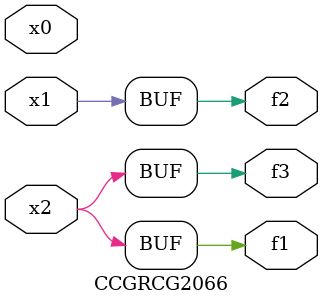
<source format=v>
module CCGRCG2066(
	input x0, x1, x2,
	output f1, f2, f3
);
	assign f1 = x2;
	assign f2 = x1;
	assign f3 = x2;
endmodule

</source>
